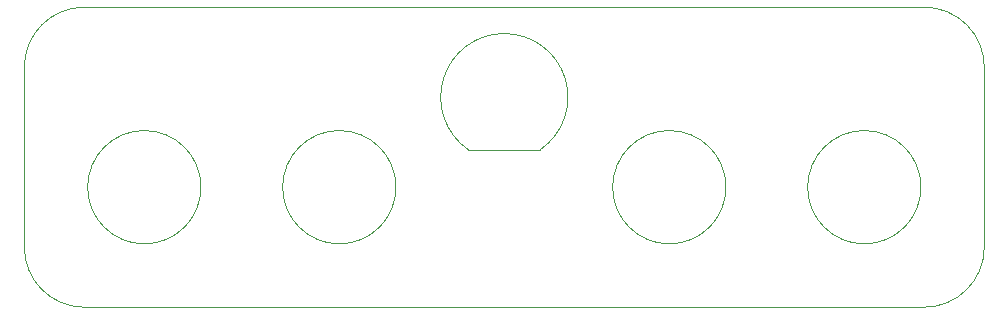
<source format=gm1>
G04 #@! TF.GenerationSoftware,KiCad,Pcbnew,5.1.10-88a1d61d58~88~ubuntu20.04.1*
G04 #@! TF.CreationDate,2021-06-29T16:33:38-04:00*
G04 #@! TF.ProjectId,whooshy_sound_jack_panel,77686f6f-7368-4795-9f73-6f756e645f6a,0*
G04 #@! TF.SameCoordinates,Original*
G04 #@! TF.FileFunction,Profile,NP*
%FSLAX46Y46*%
G04 Gerber Fmt 4.6, Leading zero omitted, Abs format (unit mm)*
G04 Created by KiCad (PCBNEW 5.1.10-88a1d61d58~88~ubuntu20.04.1) date 2021-06-29 16:33:38*
%MOMM*%
%LPD*%
G01*
G04 APERTURE LIST*
G04 #@! TA.AperFunction,Profile*
%ADD10C,0.050000*%
G04 #@! TD*
G04 APERTURE END LIST*
D10*
X113792000Y-47624999D02*
G75*
G02*
X119887999Y-47624999I3048000J4444999D01*
G01*
X119888000Y-47625000D02*
X113792000Y-47625000D01*
X135610000Y-50800000D02*
G75*
G03*
X135610000Y-50800000I-4800000J0D01*
G01*
X152120000Y-50800000D02*
G75*
G03*
X152120000Y-50800000I-4800000J0D01*
G01*
X107670000Y-50800000D02*
G75*
G03*
X107670000Y-50800000I-4800000J0D01*
G01*
X91160000Y-50800000D02*
G75*
G03*
X91160000Y-50800000I-4800000J0D01*
G01*
X152400000Y-35560000D02*
G75*
G02*
X157480000Y-40640000I0J-5080000D01*
G01*
X157480000Y-55880000D02*
G75*
G02*
X152400000Y-60960000I-5080000J0D01*
G01*
X81280000Y-60960000D02*
G75*
G02*
X76200000Y-55880000I0J5080000D01*
G01*
X76200000Y-40640000D02*
G75*
G02*
X81280000Y-35560000I5080000J0D01*
G01*
X152400000Y-35560000D02*
X81280000Y-35560000D01*
X157480000Y-55880000D02*
X157480000Y-40640000D01*
X81280000Y-60960000D02*
X152400000Y-60960000D01*
X76200000Y-40640000D02*
X76200000Y-55880000D01*
M02*

</source>
